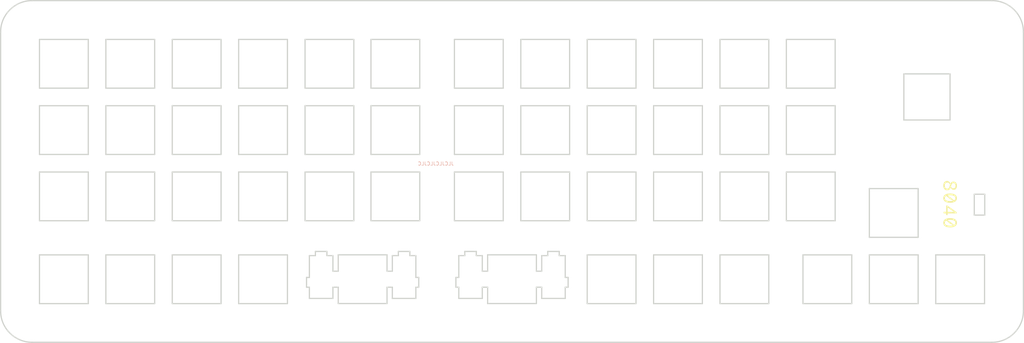
<source format=kicad_pcb>
(kicad_pcb (version 20221018) (generator pcbnew)
  (layers (0 "F.Cu" signal) (31 "B.Cu" signal) (34 "B.Paste" user) (35 "F.Paste" user) (36 "B.SilkS" user "B.Silkscreen") (37 "F.SilkS" user "F.Silkscreen") (38 "B.Mask" user) (39 "F.Mask" user) (44 "Edge.Cuts" user))
  (net 0 "")
  (footprint "" (layer "F.Cu") (at 276.184962 57.654483)
    (fp_text reference "" (at 0 0) (layer "F.SilkS") (effects (font (size 1.27 1.27))))
    (fp_text value "" (at 0 0) (layer "F.SilkS") (effects (font (size 1.27 1.27))))
    (pad "" np_thru_hole circle (at 0 0) (size 2.4 2.4) (drill 2.4) (layers "F&B.Cu" "*.Mask"))
  )
  (footprint "" (layer "F.Cu") (at 289.827545 48.10569)
    (fp_text reference "" (at 0 0) (layer "F.SilkS") (effects (font (size 1.27 1.27))))
    (fp_text value "" (at 0 0) (layer "F.SilkS") (effects (font (size 1.27 1.27))))
    (pad "" np_thru_hole circle (at 0 0) (size 2.4 2.4) (drill 2.4) (layers "F&B.Cu" "*.Mask"))
  )
  (footprint "" (layer "F.Cu") (at 251.578731 72.711919)
    (fp_text reference "" (at 0 0) (layer "F.SilkS") (effects (font (size 1.27 1.27))))
    (fp_text value "" (at 0 0) (layer "F.SilkS") (effects (font (size 1.27 1.27))))
    (pad "" np_thru_hole circle (at 0 0) (size 2.4 2.4) (drill 2.4) (layers "F&B.Cu" "*.Mask"))
  )
  (footprint "" (layer "F.Cu") (at 5.367368 48.10569)
    (fp_text reference "" (at 0 0) (layer "F.SilkS") (effects (font (size 1.27 1.27))))
    (fp_text value "" (at 0 0) (layer "F.SilkS") (effects (font (size 1.27 1.27))))
    (pad "" np_thru_hole circle (at 0 0) (size 2.4 2.4) (drill 2.4) (layers "F&B.Cu" "*.Mask"))
  )
  (footprint "" (layer "F.Cu") (at 114.12236 34.463273)
    (fp_text reference "" (at 0 0) (layer "F.SilkS") (effects (font (size 1.27 1.27))))
    (fp_text value "" (at 0 0) (layer "F.SilkS") (effects (font (size 1.27 1.27))))
    (pad "" np_thru_hole circle (at 0 0) (size 2.4 2.4) (drill 2.4) (layers "F&B.Cu" "*.Mask"))
  )
  (footprint "" (layer "F.Cu") (at 251.578732 42.549459)
    (fp_text reference "" (at 0 0) (layer "F.SilkS") (effects (font (size 1.27 1.27))))
    (fp_text value "" (at 0 0) (layer "F.SilkS") (effects (font (size 1.27 1.27))))
    (pad "" np_thru_hole circle (at 0 0) (size 2.4 2.4) (drill 2.4) (layers "F&B.Cu" "*.Mask"))
  )
  (footprint "" (layer "F.Cu") (at 276.184962 34.463273)
    (fp_text reference "" (at 0 0) (layer "F.SilkS") (effects (font (size 1.27 1.27))))
    (fp_text value "" (at 0 0) (layer "F.SilkS") (effects (font (size 1.27 1.27))))
    (pad "" np_thru_hole circle (at 0 0) (size 2.4 2.4) (drill 2.4) (layers "F&B.Cu" "*.Mask"))
  )
  (footprint "" (layer "F.Cu") (at 281.741191 72.71192)
    (fp_text reference "" (at 0 0) (layer "F.SilkS") (effects (font (size 1.27 1.27))))
    (fp_text value "" (at 0 0) (layer "F.SilkS") (effects (font (size 1.27 1.27))))
    (pad "" np_thru_hole circle (at 0 0) (size 2.4 2.4) (drill 2.4) (layers "F&B.Cu" "*.Mask"))
  )
  (footprint "" (layer "F.Cu") (at 281.741191 42.54946)
    (fp_text reference "" (at 0 0) (layer "F.SilkS") (effects (font (size 1.27 1.27))))
    (fp_text value "" (at 0 0) (layer "F.SilkS") (effects (font (size 1.27 1.27))))
    (pad "" np_thru_hole circle (at 0 0) (size 2.4 2.4) (drill 2.4) (layers "F&B.Cu" "*.Mask"))
  )
  (footprint "" (layer "F.Cu") (at 19.009951 34.463273)
    (fp_text reference "" (at 0 0) (layer "F.SilkS") (effects (font (size 1.27 1.27))))
    (fp_text value "" (at 0 0) (layer "F.SilkS") (effects (font (size 1.27 1.27))))
    (pad "" np_thru_hole circle (at 0 0) (size 2.4 2.4) (drill 2.4) (layers "F&B.Cu" "*.Mask"))
  )
  (footprint "" (layer "F.Cu") (at 126.097406 123.660602)
    (fp_text reference "" (at 0 0) (layer "F.SilkS") (effects (font (size 1.27 1.27))))
    (fp_text value "" (at 0 0) (layer "F.SilkS") (effects (font (size 1.27 1.27))))
    (pad "" np_thru_hole circle (at 0 0) (size 2.4 2.4) (drill 2.4) (layers "F&B.Cu" "*.Mask"))
  )
  (footprint "" (layer "F.Cu") (at 19.009951 123.660602)
    (fp_text reference "" (at 0 0) (layer "F.SilkS") (effects (font (size 1.27 1.27))))
    (fp_text value "" (at 0 0) (layer "F.SilkS") (effects (font (size 1.27 1.27))))
    (pad "" np_thru_hole circle (at 0 0) (size 2.4 2.4) (drill 2.4) (layers "F&B.Cu" "*.Mask"))
  )
  (footprint "" (layer "F.Cu") (at 233.322462 34.463273)
    (fp_text reference "" (at 0 0) (layer "F.SilkS") (effects (font (size 1.27 1.27))))
    (fp_text value "" (at 0 0) (layer "F.SilkS") (effects (font (size 1.27 1.27))))
    (pad "" np_thru_hole circle (at 0 0) (size 2.4 2.4) (drill 2.4) (layers "F&B.Cu" "*.Mask"))
  )
  (footprint "" (layer "F.Cu") (at 5.367368 110.018186)
    (fp_text reference "" (at 0 0) (layer "F.SilkS") (effects (font (size 1.27 1.27))))
    (fp_text value "" (at 0 0) (layer "F.SilkS") (effects (font (size 1.27 1.27))))
    (pad "" np_thru_hole circle (at 0 0) (size 2.4 2.4) (drill 2.4) (layers "F&B.Cu" "*.Mask"))
  )
  (footprint "" (layer "F.Cu") (at 138.072452 34.463273)
    (fp_text reference "" (at 0 0) (layer "F.SilkS") (effects (font (size 1.27 1.27))))
    (fp_text value "" (at 0 0) (layer "F.SilkS") (effects (font (size 1.27 1.27))))
    (pad "" np_thru_hole circle (at 0 0) (size 2.4 2.4) (drill 2.4) (layers "F&B.Cu" "*.Mask"))
  )
  (footprint "" (layer "F.Cu") (at 289.827545 110.018186)
    (fp_text reference "" (at 0 0) (layer "F.SilkS") (effects (font (size 1.27 1.27))))
    (fp_text value "" (at 0 0) (layer "F.SilkS") (effects (font (size 1.27 1.27))))
    (pad "" np_thru_hole circle (at 0 0) (size 2.4 2.4) (drill 2.4) (layers "F&B.Cu" "*.Mask"))
  )
  (footprint "" (layer "F.Cu") (at 276.184962 123.660602)
    (fp_text reference "" (at 0 0) (layer "F.SilkS") (effects (font (size 1.27 1.27))))
    (fp_text value "" (at 0 0) (layer "F.SilkS") (effects (font (size 1.27 1.27))))
    (pad "" np_thru_hole circle (at 0 0) (size 2.4 2.4) (drill 2.4) (layers "F&B.Cu" "*.Mask"))
  )
  (footprint "" (layer "F.Cu") (at 238.084958 123.660602)
    (fp_text reference "" (at 0 0) (layer "F.SilkS") (effects (font (size 1.27 1.27))))
    (fp_text value "" (at 0 0) (layer "F.SilkS") (effects (font (size 1.27 1.27))))
    (pad "" np_thru_hole circle (at 0 0) (size 2.4 2.4) (drill 2.4) (layers "F&B.Cu" "*.Mask"))
  )
  (gr_poly (pts (xy 273.531366 92.465222) (xy 273.75014 92.482114) (xy 273.954558 92.510034) (xy 274.144512 92.548791) (xy 274.319893 92.598192) (xy 274.480593 92.658048) (xy 274.626504 92.728167) (xy 274.693879 92.767015) (xy 274.757515 92.808357) (xy 274.817401 92.85217) (xy 274.87352 92.898428) (xy 274.925862 92.947109) (xy 274.97441 92.998189) (xy 275.019153 93.051643) (xy 275.060076 93.107447) (xy 275.097166 93.165579) (xy 275.13041 93.226013) (xy 275.159793 93.288726) (xy 275.185303 93.353694) (xy 275.206925 93.420893) (xy 275.224646 93.4903) (xy 275.238453 93.56189) (xy 275.248332 93.635639) (xy 275.254269 93.711524) (xy 275.256251 93.78952) (xy 275.254269 93.867207) (xy 275.248332 93.942821) (xy 275.238453 94.016337) (xy 275.224646 94.087729) (xy 275.206925 94.156971) (xy 275.185303 94.224038) (xy 275.159793 94.288903) (xy 275.13041 94.351541) (xy 275.097166 94.411926) (xy 275.060076 94.470032) (xy 275.019153 94.525833) (xy 274.97441 94.579303) (xy 274.925862 94.630417) (xy 274.87352 94.679149) (xy 274.817401 94.725472) (xy 274.757515 94.769362) (xy 274.693879 94.810791) (xy 274.626504 94.849735) (xy 274.555404 94.886168) (xy 274.480593 94.920063) (xy 274.402085 94.951395) (xy 274.319893 94.980139) (xy 274.234031 95.006267) (xy 274.144512 95.029755) (xy 274.05135 95.050576) (xy 273.954558 95.068705) (xy 273.854151 95.084115) (xy 273.75014 95.096782) (xy 273.642541 95.106679) (xy 273.531366 95.11378) (xy 273.41663 95.118059) (xy 273.298345 95.119492) (xy 273.065443 95.11378) (xy 272.847004 95.096782) (xy 272.643107 95.068705) (xy 272.453828 95.029755) (xy 272.279246 94.980139) (xy 272.119438 94.920063) (xy 272.045099 94.886168) (xy 271.974482 94.849735) (xy 271.907597 94.810791) (xy 271.844455 94.769362) (xy 271.785064 94.725472) (xy 271.729435 94.679149) (xy 271.677576 94.630417) (xy 271.629499 94.579303) (xy 271.585211 94.525833) (xy 271.544725 94.470032) (xy 271.508047 94.411926) (xy 271.47519 94.351541) (xy 271.446162 94.288903) (xy 271.420972 94.224038) (xy 271.399632 94.156971) (xy 271.38215 94.087729) (xy 271.368536 94.016337) (xy 271.358799 93.942821) (xy 271.35295 93.867207) (xy 271.350998 93.78952) (xy 271.795517 93.78952) (xy 271.797035 93.839727) (xy 271.801582 93.888478) (xy 271.80915 93.935765) (xy 271.819728 93.981577) (xy 271.833309 94.025906) (xy 271.849884 94.068743) (xy 271.869442 94.110078) (xy 271.891976 94.149904) (xy 271.917476 94.18821) (xy 271.945933 94.224988) (xy 271.977339 94.260229) (xy 272.011683 94.293923) (xy 272.048958 94.326062) (xy 272.089153 94.356636) (xy 272.132261 94.385637) (xy 272.178271 94.413056) (xy 272.227176 94.438882) (xy 272.278966 94.463108) (xy 272.333631 94.485724) (xy 272.391164 94.506722) (xy 272.451554 94.526092) (xy 272.514793 94.543824) (xy 272.580872 94.559911) (xy 272.649782 94.574343) (xy 272.721513 94.587111) (xy 272.796057 94.598206) (xy 272.873405 94.607619) (xy 272.953548 94.615341) (xy 273.036477 94.621362) (xy 273.122182 94.625675) (xy 273.210654 94.628269) (xy 273.301885 94.629135) (xy 273.415129 94.627812) (xy 273.524569 94.623843) (xy 273.630041 94.617228) (xy 273.73138 94.607968) (xy 273.828419 94.596061) (xy 273.920994 94.581508) (xy 274.008938 94.564309) (xy 274.092087 94.544464) (xy 274.092087 94.484492) (xy 273.305405 94.047048) (xy 272.201218 93.150996) (xy 272.152476 93.178282) (xy 272.106804 93.207226) (xy 272.064212 93.237834) (xy 272.044075 93.253764) (xy 272.024711 93.270112) (xy 272.006123 93.286878) (xy 271.988311 93.304064) (xy 271.971277 93.321669) (xy 271.955022 93.339695) (xy 271.939548 93.358142) (xy 271.924855 93.377011) (xy 271.910945 93.396303) (xy 271.89782 93.416017) (xy 271.88548 93.436155) (xy 271.873927 93.456718) (xy 271.863162 93.477706) (xy 271.853186 93.499119) (xy 271.844001 93.520959) (xy 271.835608 93.543226) (xy 271.828008 93.56592) (xy 271.821203 93.589043) (xy 271.815193 93.612595) (xy 271.809981 93.636576) (xy 271.805567 93.660987) (xy 271.801952 93.68583) (xy 271.799139 93.711103) (xy 271.797128 93.736809) (xy 271.79592 93.762948) (xy 271.795517 93.78952) (xy 271.350998 93.78952) (xy 271.35295 93.711214) (xy 271.358799 93.635058) (xy 271.368536 93.561076) (xy 271.38215 93.489288) (xy 271.399632 93.419717) (xy 271.420972 93.352385) (xy 271.446162 93.287314) (xy 271.47519 93.224526) (xy 271.508047 93.164042) (xy 271.544725 93.105885) (xy 271.563185 93.080439) (xy 272.585719 93.080439) (xy 273.305385 93.496714) (xy 274.434271 94.413941) (xy 274.480448 94.386659) (xy 274.523722 94.357744) (xy 274.564081 94.327216) (xy 274.583164 94.311355) (xy 274.601515 94.295098) (xy 274.619132 94.278448) (xy 274.636014 94.261408) (xy 274.652159 94.24398) (xy 274.667567 94.226168) (xy 274.682235 94.207973) (xy 274.696164 94.189398) (xy 274.709351 94.170447) (xy 274.721795 94.15112) (xy 274.733494 94.131421) (xy 274.744449 94.111353) (xy 274.754656 94.090918) (xy 274.764116 94.070119) (xy 274.772826 94.048958) (xy 274.780786 94.027438) (xy 274.787993 94.005561) (xy 274.794448 93.98333) (xy 274.800148 93.960748) (xy 274.805092 93.937817) (xy 274.809279 93.91454) (xy 274.812707 93.890919) (xy 274.815376 93.866957) (xy 274.817285 93.842656) (xy 274.81843 93.81802) (xy 274.818812 93.79305) (xy 274.817264 93.741912) (xy 274.812629 93.692347) (xy 274.804918 93.64436) (xy 274.794146 93.597954) (xy 274.780325 93.553131) (xy 274.763468 93.509896) (xy 274.743588 93.468251) (xy 274.720698 93.4282) (xy 274.694811 93.389746) (xy 274.665939 93.352891) (xy 274.634096 93.31764) (xy 274.599295 93.283995) (xy 274.561548 93.251961) (xy 274.520869 93.221539) (xy 274.47727 93.192733) (xy 274.430764 93.165547) (xy 274.381364 93.139983) (xy 274.329083 93.116045) (xy 274.273934 93.093736) (xy 274.21593 93.07306) (xy 274.155084 93.054019) (xy 274.091409 93.036617) (xy 274.024917 93.020857) (xy 273.955622 93.006742) (xy 273.883536 92.994276) (xy 273.808673 92.983462) (xy 273.731045 92.974302) (xy 273.650665 92.9668) (xy 273.567546 92.96096) (xy 273.481701 92.956785) (xy 273.393143 92.954277) (xy 273.301885 92.95344) (xy 273.199341 92.954439) (xy 273.100683 92.957464) (xy 273.005829 92.962555) (xy 272.914696 92.969755) (xy 272.827201 92.979105) (xy 272.743262 92.990646) (xy 272.662796 93.00442) (xy 272.585719 93.020467) (xy 272.585719 93.080439) (xy 271.563185 93.080439) (xy 271.585211 93.050077) (xy 271.629499 92.99664) (xy 271.677576 92.945595) (xy 271.729435 92.896965) (xy 271.785064 92.850771) (xy 271.844455 92.807036) (xy 271.907597 92.765781) (xy 271.974482 92.727028) (xy 272.045099 92.6908) (xy 272.119438 92.657119) (xy 272.197491 92.626005) (xy 272.279246 92.597482) (xy 272.364695 92.571572) (xy 272.453828 92.548295) (xy 272.546635 92.527674) (xy 272.643107 92.509732) (xy 272.743233 92.49449) (xy 272.847004 92.48197) (xy 272.954411 92.472194) (xy 273.065443 92.465184) (xy 273.180091 92.460961) (xy 273.298345 92.459549)) (fill solid) (layer "F.SilkS"))
  (gr_poly (pts (xy 275.182195 90.748576) (xy 275.182195 91.108414) (xy 272.58928 91.108414) (xy 272.58928 91.595246) (xy 272.180059 91.595246) (xy 272.180059 91.108414) (xy 271.428635 91.108414) (xy 271.428635 90.639216) (xy 272.180039 90.639216) (xy 272.180039 89.422129) (xy 272.585719 89.422129) (xy 272.585719 89.425659) (xy 272.589259 90.642741) (xy 274.363734 90.678024) (xy 274.363734 90.642741) (xy 272.638657 89.422129) (xy 272.585719 89.422129) (xy 272.180039 89.422129) (xy 272.180039 88.829468) (xy 272.490484 88.829468)) (fill solid) (layer "F.SilkS"))
  (gr_poly (pts (xy 272.513756 81.769928) (xy 272.554302 81.773783) (xy 272.594116 81.779196) (xy 272.633189 81.786178) (xy 272.67151 81.794738) (xy 272.709071 81.804886) (xy 272.745861 81.816631) (xy 272.78187 81.829983) (xy 272.81709 81.844952) (xy 272.85151 81.861548) (xy 272.88512 81.87978) (xy 272.917912 81.899658) (xy 272.949874 81.921191) (xy 272.980998 81.94439) (xy 273.011274 81.969263) (xy 273.040692 81.995821) (xy 273.069243 82.024074) (xy 273.096916 82.054031) (xy 273.123702 82.085701) (xy 273.149591 82.119095) (xy 273.174574 82.154221) (xy 273.198642 82.191091) (xy 273.221783 82.229713) (xy 273.243989 82.270097) (xy 273.265249 82.312253) (xy 273.285555 82.356191) (xy 273.304896 82.40192) (xy 273.340646 82.49879) (xy 273.372422 82.602941) (xy 273.418279 82.602941) (xy 273.431982 82.562581) (xy 273.446624 82.523522) (xy 273.462194 82.485763) (xy 273.478679 82.449302) (xy 273.496069 82.414138) (xy 273.514352 82.38027) (xy 273.533516 82.347697) (xy 273.553549 82.316417) (xy 273.57444 82.286428) (xy 273.596177 82.257731) (xy 273.618748 82.230322) (xy 273.642143 82.204202) (xy 273.666349 82.179369) (xy 273.691355 82.155821) (xy 273.717149 82.133557) (xy 273.743719 82.112576) (xy 273.771054 82.092876) (xy 273.799142 82.074457) (xy 273.827972 82.057317) (xy 273.857532 82.041455) (xy 273.887811 82.026869) (xy 273.918796 82.013558) (xy 273.950476 82.001521) (xy 273.982839 81.990757) (xy 274.015875 81.981263) (xy 274.049571 81.97304) (xy 274.083915 81.966085) (xy 274.118896 81.960398) (xy 274.154503 81.955977) (xy 274.190723 81.952821) (xy 274.264959 81.950297) (xy 274.319646 81.951645) (xy 274.373217 81.955665) (xy 274.425633 81.96232) (xy 274.476851 81.971574) (xy 274.526832 81.983392) (xy 274.575534 81.997737) (xy 274.622918 82.014572) (xy 274.668942 82.033862) (xy 274.713565 82.055571) (xy 274.756747 82.079661) (xy 274.798448 82.106098) (xy 274.838626 82.134845) (xy 274.877241 82.165866) (xy 274.914252 82.199124) (xy 274.949618 82.234584) (xy 274.9833 82.272209) (xy 275.015255 82.311963) (xy 275.045443 82.353809) (xy 275.073825 82.397713) (xy 275.100358 82.443637) (xy 275.125002 82.491546) (xy 275.147717 82.541402) (xy 275.168462 82.593171) (xy 275.187196 82.646815) (xy 275.203878 82.7023) (xy 275.218468 82.759587) (xy 275.230925 82.818642) (xy 275.241208 82.879428) (xy 275.249277 82.941909) (xy 275.255091 83.006049) (xy 275.25861 83.071811) (xy 275.259791 83.13916) (xy 275.255182 83.276381) (xy 275.241601 83.406135) (xy 275.231563 83.468152) (xy 275.219422 83.52823) (xy 275.205224 83.586346) (xy 275.189015 83.642476) (xy 275.170843 83.696595) (xy 275.150754 83.74868) (xy 275.128794 83.798708) (xy 275.10501 83.846653) (xy 275.079448 83.892492) (xy 275.052155 83.936202) (xy 275.023177 83.977758) (xy 274.992562 84.017136) (xy 274.960354 84.054314) (xy 274.926602 84.089265) (xy 274.891351 84.121968) (xy 274.854648 84.152397) (xy 274.816539 84.18053) (xy 274.777071 84.206341) (xy 274.736291 84.229808) (xy 274.694244 84.250906) (xy 274.650979 84.269611) (xy 274.60654 84.2859) (xy 274.560974 84.299749) (xy 274.514329 84.311133) (xy 274.46665 84.320029) (xy 274.417984 84.326412) (xy 274.368377 84.33026) (xy 274.317877 84.331548) (xy 274.281497 84.330796) (xy 274.245782 84.328545) (xy 274.210735 84.324807) (xy 274.176359 84.319594) (xy 274.142658 84.312915) (xy 274.109633 84.304783) (xy 274.07729 84.295207) (xy 274.045631 84.2842) (xy 274.014659 84.271771) (xy 273.984377 84.257932) (xy 273.95479 84.242694) (xy 273.925899 84.226068) (xy 273.897708 84.208064) (xy 273.870221 84.188695) (xy 273.843441 84.16797) (xy 273.817371 84.145901) (xy 273.792013 84.122499) (xy 273.767372 84.097774) (xy 273.743451 84.071738) (xy 273.720253 84.044402) (xy 273.697781 84.015776) (xy 273.676038 83.985872) (xy 273.634753 83.922273) (xy 273.596425 83.853692) (xy 273.561078 83.780217) (xy 273.52874 83.701937) (xy 273.499436 83.618937) (xy 273.453578 83.618937) (xy 273.423032 83.723789) (xy 273.3883 83.821427) (xy 273.349414 83.911912) (xy 273.328422 83.954492) (xy 273.306403 83.995308) (xy 273.28336 84.034366) (xy 273.259299 84.071675) (xy 273.234222 84.107242) (xy 273.208133 84.141076) (xy 273.181037 84.173184) (xy 273.152937 84.203573) (xy 273.123836 84.232252) (xy 273.09374 84.259229) (xy 273.062652 84.28451) (xy 273.030575 84.308104) (xy 272.997514 84.330018) (xy 272.963473 84.350261) (xy 272.928454 84.36884) (xy 272.892463 84.385763) (xy 272.855503 84.401037) (xy 272.817578 84.41467) (xy 272.778692 84.42667) (xy 272.738849 84.437046) (xy 272.698052 84.445803) (xy 272.656306 84.452952) (xy 272.569981 84.46245) (xy 272.479905 84.465602) (xy 272.417073 84.464029) (xy 272.355606 84.459344) (xy 272.295545 84.451597) (xy 272.23693 84.440838) (xy 272.179803 84.427119) (xy 272.124206 84.410489) (xy 272.07018 84.390999) (xy 272.017765 84.368698) (xy 271.967005 84.343638) (xy 271.917939 84.31587) (xy 271.87061 84.285442) (xy 271.825058 84.252406) (xy 271.781325 84.216812) (xy 271.739452 84.17871) (xy 271.699482 84.138151) (xy 271.661454 84.095186) (xy 271.62541 84.049864) (xy 271.591392 84.002236) (xy 271.559442 83.952352) (xy 271.529599 83.900263) (xy 271.501907 83.846019) (xy 271.476405 83.78967) (xy 271.453136 83.731267) (xy 271.432141 83.670861) (xy 271.413461 83.608501) (xy 271.397137 83.544239) (xy 271.383212 83.478123) (xy 271.371725 83.410206) (xy 271.362719 83.340536) (xy 271.356235 83.269166) (xy 271.352314 83.196144) (xy 271.351061 83.125056) (xy 271.777838 83.125056) (xy 271.780993 83.221346) (xy 271.79035 83.312959) (xy 271.805744 83.399683) (xy 271.815652 83.441146) (xy 271.827007 83.481307) (xy 271.839789 83.52014) (xy 271.853976 83.557619) (xy 271.869548 83.593716) (xy 271.886484 83.628406) (xy 271.904764 83.661662) (xy 271.924367 83.693457) (xy 271.945272 83.723766) (xy 271.967459 83.75256) (xy 271.990906 83.779815) (xy 272.015594 83.805504) (xy 272.041501 83.829599) (xy 272.068607 83.852076) (xy 272.096891 83.872906) (xy 272.126333 83.892064) (xy 272.156911 83.909523) (xy 272.188606 83.925256) (xy 272.221396 83.939238) (xy 272.255261 83.951442) (xy 272.29018 83.96184) (xy 272.326133 83.970408) (xy 272.363098 83.977117) (xy 272.401056 83.981943) (xy 272.439984 83.984857) (xy 272.479864 83.985835) (xy 272.514432 83.985196) (xy 272.548031 83.983252) (xy 272.580682 83.979956) (xy 272.612409 83.975264) (xy 272.643234 83.96913) (xy 272.67318 83.961508) (xy 272.702269 83.952355) (xy 272.730523 83.941624) (xy 272.757966 83.929271) (xy 272.784621 83.91525) (xy 272.810509 83.899516) (xy 272.835653 83.882023) (xy 272.860076 83.862727) (xy 272.883801 83.841583) (xy 272.90685 83.818544) (xy 272.929245 83.793567) (xy 272.95101 83.766604) (xy 272.972168 83.737613) (xy 272.992739 83.706546) (xy 273.012748 83.67336) (xy 273.032217 83.638008) (xy 273.051168 83.600446) (xy 273.069624 83.560628) (xy 273.087608 83.51851) (xy 273.105142 83.474045) (xy 273.122249 83.427189) (xy 273.146048 83.354355) (xy 273.569992 83.354355) (xy 273.597356 83.419134) (xy 273.626535 83.479847) (xy 273.657522 83.536477) (xy 273.690313 83.589009) (xy 273.724904 83.637428) (xy 273.761287 83.681717) (xy 273.799459 83.721862) (xy 273.839414 83.757848) (xy 273.860059 83.774275) (xy 273.881147 83.789657) (xy 273.902679 83.803992) (xy 273.924653 83.817276) (xy 273.947069 83.829509) (xy 273.969926 83.840688) (xy 273.993224 83.850812) (xy 274.016962 83.859878) (xy 274.041138 83.867885) (xy 274.065754 83.874831) (xy 274.090807 83.880714) (xy 274.116298 83.885531) (xy 274.142226 83.889281) (xy 274.168589 83.891962) (xy 274.195388 83.893572) (xy 274.222621 83.894109) (xy 274.259215 83.893295) (xy 274.294903 83.890863) (xy 274.329668 83.886828) (xy 274.363495 83.881204) (xy 274.396366 83.874007) (xy 274.428264 83.865251) (xy 274.459172 83.854951) (xy 274.489075 83.843122) (xy 274.517954 83.829779) (xy 274.545793 83.814937) (xy 274.572575 83.798611) (xy 274.598284 83.780815) (xy 274.622903 83.761564) (xy 274.646414 83.740873) (xy 274.668802 83.718758) (xy 274.690049 83.695232) (xy 274.710138 83.670311) (xy 274.729053 83.64401) (xy 274.746777 83.616343) (xy 274.763293 83.587325) (xy 274.778584 83.556971) (xy 274.792634 83.525297) (xy 274.805425 83.492316) (xy 274.816941 83.458044) (xy 274.827166 83.422496) (xy 274.836081 83.385686) (xy 274.843671 83.347629) (xy 274.849919 83.308341) (xy 274.854808 83.267835) (xy 274.85832 83.226128) (xy 274.86044 83.183233) (xy 274.861151 83.139165) (xy 274.858295 83.055229) (xy 274.849878 82.975509) (xy 274.836128 82.900171) (xy 274.827325 82.864197) (xy 274.817273 82.829381) (xy 274.806002 82.795743) (xy 274.79354 82.763304) (xy 274.779915 82.732084) (xy 274.765155 82.702105) (xy 274.74929 82.673386) (xy 274.732347 82.64595) (xy 274.714356 82.619815) (xy 274.695343 82.595003) (xy 274.675339 82.571535) (xy 274.654371 82.549431) (xy 274.632467 82.528712) (xy 274.609657 82.509399) (xy 274.585968 82.491512) (xy 274.561429 82.475072) (xy 274.536068 82.4601) (xy 274.509914 82.446615) (xy 274.482996 82.43464) (xy 274.455341 82.424195) (xy 274.426978 82.415299) (xy 274.397935 82.407975) (xy 274.368242 82.402242) (xy 274.337925 82.398122) (xy 274.307015 82.395635) (xy 274.275539 82.394801) (xy 274.24296 82.395435) (xy 274.211353 82.397353) (xy 274.180698 82.400577) (xy 274.150975 82.405129) (xy 274.122165 82.411033) (xy 274.094246 82.418311) (xy 274.067199 82.426986) (xy 274.041004 82.437079) (xy 274.015641 82.448615) (xy 273.99109 82.461614) (xy 273.96733 82.476101) (xy 273.944343 82.492097) (xy 273.922107 82.509626) (xy 273.900603 82.528709) (xy 273.879811 82.54937) (xy 273.859711 82.571631) (xy 273.840283 82.595514) (xy 273.821506 82.621043) (xy 273.803361 82.648239) (xy 273.785827 82.677126) (xy 273.768885 82.707726) (xy 273.752515 82.740062) (xy 273.736697 82.774156) (xy 273.72141 82.810031) (xy 273.706635 82.847709) (xy 273.692351 82.887213) (xy 273.665178 82.971791) (xy 273.639731 83.063944) (xy 273.61585 83.163854) (xy 273.569992 83.354355) (xy 273.146048 83.354355) (xy 273.155273 83.326122) (xy 273.186859 83.214947) (xy 273.217189 83.093303) (xy 273.273626 82.856939) (xy 273.239838 82.777759) (xy 273.204572 82.704211) (xy 273.167756 82.636224) (xy 273.129318 82.573725) (xy 273.089185 82.516642) (xy 273.047284 82.464902) (xy 273.003544 82.418433) (xy 272.980961 82.397152) (xy 272.957891 82.377162) (xy 272.934325 82.358454) (xy 272.910254 82.341018) (xy 272.885669 82.324846) (xy 272.86056 82.309928) (xy 272.834919 82.296256) (xy 272.808736 82.28382) (xy 272.782003 82.272611) (xy 272.754711 82.262621) (xy 272.72685 82.253839) (xy 272.698411 82.246258) (xy 272.669386 82.239868) (xy 272.639765 82.234661) (xy 272.578699 82.227755) (xy 272.515142 82.225469) (xy 272.471746 82.226538) (xy 272.429541 82.229719) (xy 272.388538 82.234977) (xy 272.34875 82.242274) (xy 272.31019 82.251574) (xy 272.272869 82.262839) (xy 272.2368 82.276033) (xy 272.201996 82.291119) (xy 272.168467 82.30806) (xy 272.136228 82.326819) (xy 272.105289 82.34736) (xy 272.075664 82.369646) (xy 272.047364 82.39364) (xy 272.020402 82.419305) (xy 271.99479 82.446604) (xy 271.970541 82.4755) (xy 271.947666 82.505957) (xy 271.926178 82.537938) (xy 271.906089 82.571406) (xy 271.887411 82.606325) (xy 271.870157 82.642656) (xy 271.854339 82.680364) (xy 271.83997 82.719412) (xy 271.82706 82.759763) (xy 271.815624 82.80138) (xy 271.805673 82.844226) (xy 271.797219 82.888265) (xy 271.790274 82.933459) (xy 271.784852 82.979772) (xy 271.780963 83.027167) (xy 271.778621 83.075607) (xy 271.777838 83.125056) (xy 271.351061 83.125056) (xy 271.350998 83.121521) (xy 271.356146 82.966199) (xy 271.371339 82.819213) (xy 271.382587 82.748918) (xy 271.396207 82.680794) (xy 271.412152 82.614871) (xy 271.430376 82.551177) (xy 271.450833 82.489741) (xy 271.473476 82.430592) (xy 271.498258 82.37376) (xy 271.525133 82.319274) (xy 271.554054 82.267162) (xy 271.584975 82.217453) (xy 271.61785 82.170178) (xy 271.652632 82.125364) (xy 271.689273 82.083041) (xy 271.727729 82.043237) (xy 271.767952 82.005983) (xy 271.809896 81.971307) (xy 271.853513 81.939238) (xy 271.898759 81.909805) (xy 271.945586 81.883037) (xy 271.993947 81.858963) (xy 272.043797 81.837613) (xy 272.095089 81.819015) (xy 272.147775 81.803199) (xy 272.20181 81.790193) (xy 272.257148 81.780027) (xy 272.31374 81.772729) (xy 272.371542 81.768329) (xy 272.430507 81.766856)) (fill solid) (layer "F.SilkS"))
  (gr_poly (pts (xy 273.531366 85.388501) (xy 273.75014 85.405393) (xy 273.954558 85.433313) (xy 274.144512 85.472069) (xy 274.319893 85.521471) (xy 274.480593 85.581327) (xy 274.626504 85.651446) (xy 274.693879 85.690294) (xy 274.757515 85.731636) (xy 274.817401 85.775449) (xy 274.87352 85.821707) (xy 274.925862 85.870388) (xy 274.97441 85.921468) (xy 275.019153 85.974922) (xy 275.060076 86.030726) (xy 275.097166 86.088857) (xy 275.13041 86.149292) (xy 275.159793 86.212005) (xy 275.185303 86.276973) (xy 275.206925 86.344172) (xy 275.224646 86.413579) (xy 275.238453 86.485169) (xy 275.248332 86.558918) (xy 275.254269 86.634803) (xy 275.256251 86.712799) (xy 275.254269 86.790486) (xy 275.248332 86.8661) (xy 275.238453 86.939616) (xy 275.224646 87.011008) (xy 275.206925 87.08025) (xy 275.185303 87.147317) (xy 275.159793 87.212182) (xy 275.13041 87.274821) (xy 275.097166 87.335206) (xy 275.060076 87.393312) (xy 275.019153 87.449113) (xy 274.97441 87.502583) (xy 274.925862 87.553698) (xy 274.87352 87.602429) (xy 274.817401 87.648753) (xy 274.757515 87.692643) (xy 274.693879 87.734073) (xy 274.626504 87.773017) (xy 274.555404 87.80945) (xy 274.480593 87.843346) (xy 274.402085 87.874678) (xy 274.319893 87.903421) (xy 274.234031 87.92955) (xy 274.144512 87.953038) (xy 274.05135 87.973859) (xy 273.954558 87.991988) (xy 273.854151 88.007399) (xy 273.75014 88.020066) (xy 273.642541 88.029962) (xy 273.531366 88.037064) (xy 273.41663 88.041343) (xy 273.298345 88.042776) (xy 273.065443 88.037064) (xy 272.847004 88.020066) (xy 272.643107 87.991988) (xy 272.453828 87.953038) (xy 272.279246 87.903421) (xy 272.119438 87.843346) (xy 272.045099 87.80945) (xy 271.974482 87.773017) (xy 271.907597 87.734073) (xy 271.844455 87.692643) (xy 271.785064 87.648753) (xy 271.729435 87.602429) (xy 271.677576 87.553698) (xy 271.629499 87.502583) (xy 271.585211 87.449113) (xy 271.544725 87.393312) (xy 271.508047 87.335206) (xy 271.47519 87.274821) (xy 271.446162 87.212182) (xy 271.420972 87.147317) (xy 271.399632 87.08025) (xy 271.38215 87.011008) (xy 271.368536 86.939616) (xy 271.358799 86.8661) (xy 271.35295 86.790486) (xy 271.350998 86.712799) (xy 271.795517 86.712799) (xy 271.797035 86.763006) (xy 271.801582 86.811757) (xy 271.80915 86.859043) (xy 271.819728 86.904855) (xy 271.833309 86.949184) (xy 271.849884 86.992021) (xy 271.869442 87.033357) (xy 271.891976 87.073183) (xy 271.917476 87.111489) (xy 271.945933 87.148267) (xy 271.977339 87.183508) (xy 272.011683 87.217202) (xy 272.048958 87.249341) (xy 272.089153 87.279915) (xy 272.132261 87.308916) (xy 272.178271 87.336334) (xy 272.227176 87.362161) (xy 272.278966 87.386387) (xy 272.333631 87.409003) (xy 272.391164 87.430001) (xy 272.451554 87.44937) (xy 272.514793 87.467103) (xy 272.580872 87.48319) (xy 272.649782 87.497622) (xy 272.721513 87.51039) (xy 272.796057 87.521485) (xy 272.873405 87.530898) (xy 272.953548 87.53862) (xy 273.036477 87.544641) (xy 273.122182 87.548953) (xy 273.210654 87.551547) (xy 273.301885 87.552414) (xy 273.415129 87.551091) (xy 273.524569 87.547122) (xy 273.630041 87.540507) (xy 273.73138 87.531246) (xy 273.828419 87.519339) (xy 273.920994 87.504787) (xy 274.008938 87.487588) (xy 274.092087 87.467743) (xy 274.092087 87.407771) (xy 273.305405 86.970327) (xy 272.201218 86.074275) (xy 272.152476 86.10156) (xy 272.106804 86.130505) (xy 272.064212 86.161113) (xy 272.044075 86.177043) (xy 272.024711 86.193391) (xy 272.006123 86.210157) (xy 271.988311 86.227342) (xy 271.971277 86.244948) (xy 271.955022 86.262974) (xy 271.939548 86.281421) (xy 271.924855 86.30029) (xy 271.910945 86.319581) (xy 271.89782 86.339296) (xy 271.88548 86.359434) (xy 271.873927 86.379997) (xy 271.863162 86.400985) (xy 271.853186 86.422398) (xy 271.844001 86.444238) (xy 271.835608 86.466505) (xy 271.828008 86.489199) (xy 271.821203 86.512322) (xy 271.815193 86.535873) (xy 271.809981 86.559855) (xy 271.805567 86.584266) (xy 271.801952 86.609108) (xy 271.799139 86.634382) (xy 271.797128 86.660088) (xy 271.79592 86.686227) (xy 271.795517 86.712799) (xy 271.350998 86.712799) (xy 271.35295 86.634493) (xy 271.358799 86.558337) (xy 271.368536 86.484354) (xy 271.38215 86.412567) (xy 271.399632 86.342996) (xy 271.420972 86.275664) (xy 271.446162 86.210593) (xy 271.47519 86.147805) (xy 271.508047 86.087321) (xy 271.544725 86.029164) (xy 271.563185 86.003718) (xy 272.585719 86.003718) (xy 273.305385 86.419993) (xy 274.434271 87.337219) (xy 274.480448 87.309938) (xy 274.523722 87.281024) (xy 274.564081 87.250497) (xy 274.583164 87.234635) (xy 274.601515 87.218379) (xy 274.619132 87.201729) (xy 274.636014 87.184689) (xy 274.652159 87.167261) (xy 274.667567 87.149449) (xy 274.682235 87.131254) (xy 274.696164 87.112679) (xy 274.709351 87.093727) (xy 274.721795 87.074401) (xy 274.733494 87.054702) (xy 274.744449 87.034634) (xy 274.754656 87.014199) (xy 274.764116 86.993399) (xy 274.772826 86.972238) (xy 274.780786 86.950718) (xy 274.787993 86.928841) (xy 274.794448 86.90661) (xy 274.800148 86.884027) (xy 274.805092 86.861096) (xy 274.809279 86.837819) (xy 274.812707 86.814198) (xy 274.815376 86.790236) (xy 274.817285 86.765935) (xy 274.81843 86.741299) (xy 274.818812 86.716329) (xy 274.817264 86.66519) (xy 274.812629 86.615626) (xy 274.804918 86.567639) (xy 274.794146 86.521233) (xy 274.780325 86.47641) (xy 274.763468 86.433175) (xy 274.743588 86.39153) (xy 274.720698 86.351479) (xy 274.694811 86.313024) (xy 274.665939 86.27617) (xy 274.634096 86.240919) (xy 274.599295 86.207274) (xy 274.561548 86.175239) (xy 274.520869 86.144817) (xy 274.47727 86.116012) (xy 274.430764 86.088825) (xy 274.381364 86.063262) (xy 274.329083 86.039324) (xy 274.273934 86.017015) (xy 274.21593 85.996339) (xy 274.155084 85.977298) (xy 274.091409 85.959896) (xy 274.024917 85.944136) (xy 273.955622 85.930021) (xy 273.883536 85.917555) (xy 273.808673 85.90674) (xy 273.731045 85.897581) (xy 273.650665 85.890079) (xy 273.567546 85.884239) (xy 273.481701 85.880064) (xy 273.393143 85.877556) (xy 273.301885 85.876719) (xy 273.199341 85.877718) (xy 273.100683 85.880743) (xy 273.005829 85.885834) (xy 272.914696 85.893034) (xy 272.827201 85.902384) (xy 272.743262 85.913925) (xy 272.662796 85.927698) (xy 272.585719 85.943746) (xy 272.585719 86.003718) (xy 271.563185 86.003718) (xy 271.585211 85.973356) (xy 271.629499 85.919919) (xy 271.677576 85.868874) (xy 271.729435 85.820243) (xy 271.785064 85.77405) (xy 271.844455 85.730314) (xy 271.907597 85.68906) (xy 271.974482 85.650307) (xy 272.045099 85.614079) (xy 272.119438 85.580398) (xy 272.197491 85.549284) (xy 272.279246 85.520761) (xy 272.364695 85.49485) (xy 272.453828 85.471574) (xy 272.546635 85.450953) (xy 272.643107 85.433011) (xy 272.743233 85.417769) (xy 272.847004 85.405249) (xy 272.954411 85.395473) (xy 273.065443 85.388462) (xy 273.180091 85.38424) (xy 273.298345 85.382828)) (fill solid) (layer "F.SilkS"))
  (gr_line (start 250.134961 97.968187) (end 250.134961 83.968187) (stroke (width 0.35)) (layer "Edge.Cuts"))
  (gr_line (start 113.25966 115.532886) (end 120.00936 115.532886) (stroke (width 0.35)) (layer "Edge.Cuts"))
  (gr_line (start 162.872207 115.532886) (end 162.872207 112.302686) (stroke (width 0.35)) (layer "Edge.Cuts"))
  (gr_line (start 240.322461 74.155689) (end 226.322462 74.155689) (stroke (width 0.35)) (layer "Edge.Cuts"))
  (gr_line (start 9.879785 29.95069) (end 285.315128 29.95069) (stroke (width 0.35)) (layer "Edge.Cuts"))
  (gr_line (start 140.597807 107.702816) (end 139.072007 107.702816) (stroke (width 0.35)) (layer "Edge.Cuts"))
  (gr_line (start 226.322462 41.10569) (end 240.322461 41.10569) (stroke (width 0.35)) (layer "Edge.Cuts"))
  (gr_line (start 202.222457 103.018185) (end 202.222457 117.018186) (stroke (width 0.35)) (layer "Edge.Cuts"))
  (gr_line (start 150.122455 93.205687) (end 150.122455 79.205687) (stroke (width 0.35)) (layer "Edge.Cuts"))
  (gr_curve (pts (xy 0.854785 38.97569) (xy 0.854785 33.99132) (xy 4.895415 29.95069) (xy 9.879785 29.95069)) (stroke (width 0.35)) (layer "Edge.Cuts"))
  (gr_line (start 97.73496 117.003186) (end 111.73426 117.003186) (stroke (width 0.35)) (layer "Edge.Cuts"))
  (gr_line (start 26.009966 117.018186) (end 12.009967 117.018186) (stroke (width 0.35)) (layer "Edge.Cuts"))
  (gr_line (start 64.109963 55.10569) (end 50.109965 55.10569) (stroke (width 0.35)) (layer "Edge.Cuts"))
  (gr_line (start 221.272459 55.10569) (end 207.27246 55.10569) (stroke (width 0.35)) (layer "Edge.Cuts"))
  (gr_line (start 183.172455 74.155689) (end 169.172457 74.155689) (stroke (width 0.35)) (layer "Edge.Cuts"))
  (gr_line (start 131.497207 109.503926) (end 131.497207 112.302686) (stroke (width 0.35)) (layer "Edge.Cuts"))
  (gr_line (start 283.241194 91.586886) (end 280.241194 91.586886) (stroke (width 0.35)) (layer "Edge.Cuts"))
  (gr_line (start 226.322462 79.205687) (end 240.322461 79.205687) (stroke (width 0.35)) (layer "Edge.Cuts"))
  (gr_line (start 88.209962 41.10569) (end 102.20996 41.10569) (stroke (width 0.35)) (layer "Edge.Cuts"))
  (gr_line (start 113.25966 112.302686) (end 113.25966 115.532886) (stroke (width 0.35)) (layer "Edge.Cuts"))
  (gr_line (start 183.172455 55.10569) (end 169.172457 55.10569) (stroke (width 0.35)) (layer "Edge.Cuts"))
  (gr_line (start 96.20916 112.302686) (end 97.73496 112.302686) (stroke (width 0.35)) (layer "Edge.Cuts"))
  (gr_curve (pts (xy 294.340482 119.111506) (xy 294.340482 124.095876) (xy 290.299851 128.136506) (xy 285.315482 128.136506)) (stroke (width 0.35)) (layer "Edge.Cuts"))
  (gr_line (start 207.27246 93.205687) (end 207.27246 79.205687) (stroke (width 0.35)) (layer "Edge.Cuts"))
  (gr_line (start 183.172455 41.10569) (end 183.172455 55.10569) (stroke (width 0.35)) (layer "Edge.Cuts"))
  (gr_line (start 121.122359 93.205687) (end 107.122361 93.205687) (stroke (width 0.35)) (layer "Edge.Cuts"))
  (gr_line (start 45.059964 41.10569) (end 45.059964 55.10569) (stroke (width 0.35)) (layer "Edge.Cuts"))
  (gr_line (start 145.072451 79.205687) (end 145.072451 93.205687) (stroke (width 0.35)) (layer "Edge.Cuts"))
  (gr_line (start 269.184963 103.018185) (end 283.184961 103.018185) (stroke (width 0.35)) (layer "Edge.Cuts"))
  (gr_line (start 264.134959 97.968187) (end 250.134961 97.968187) (stroke (width 0.35)) (layer "Edge.Cuts"))
  (gr_line (start 120.83486 109.503926) (end 120.00936 109.503926) (stroke (width 0.35)) (layer "Edge.Cuts"))
  (gr_line (start 164.122453 79.205687) (end 164.122453 93.205687) (stroke (width 0.35)) (layer "Edge.Cuts"))
  (gr_line (start 26.009966 41.10569) (end 26.009966 55.10569) (stroke (width 0.35)) (layer "Edge.Cuts"))
  (gr_line (start 273.284961 51.005689) (end 273.284961 64.255689) (stroke (width 0.35)) (layer "Edge.Cuts"))
  (gr_line (start 161.147107 103.233856) (end 161.147107 102.033586) (stroke (width 0.35)) (layer "Edge.Cuts"))
  (gr_line (start 69.159963 41.10569) (end 83.159962 41.10569) (stroke (width 0.35)) (layer "Edge.Cuts"))
  (gr_line (start 169.172457 79.205687) (end 183.172455 79.205687) (stroke (width 0.35)) (layer "Edge.Cuts"))
  (gr_line (start 107.122361 55.10569) (end 107.122361 41.10569) (stroke (width 0.35)) (layer "Edge.Cuts"))
  (gr_line (start 26.009966 103.018185) (end 26.009966 117.018186) (stroke (width 0.35)) (layer "Edge.Cuts"))
  (gr_line (start 12.009967 103.018185) (end 26.009966 103.018185) (stroke (width 0.35)) (layer "Edge.Cuts"))
  (gr_line (start 250.134961 117.018186) (end 250.134961 103.018185) (stroke (width 0.35)) (layer "Edge.Cuts"))
  (gr_line (start 183.172455 60.155689) (end 183.172455 74.155689) (stroke (width 0.35)) (layer "Edge.Cuts"))
  (gr_line (start 31.059966 117.018186) (end 31.059966 103.018185) (stroke (width 0.35)) (layer "Edge.Cuts"))
  (gr_line (start 207.27246 74.155689) (end 207.27246 60.155689) (stroke (width 0.35)) (layer "Edge.Cuts"))
  (gr_line (start 45.059964 117.018186) (end 31.059966 117.018186) (stroke (width 0.35)) (layer "Edge.Cuts"))
  (gr_line (start 107.122361 79.205687) (end 121.122359 79.205687) (stroke (width 0.35)) (layer "Edge.Cuts"))
  (gr_line (start 131.072453 79.205687) (end 145.072451 79.205687) (stroke (width 0.35)) (layer "Edge.Cuts"))
  (gr_line (start 283.184961 103.018185) (end 283.184961 117.018186) (stroke (width 0.35)) (layer "Edge.Cuts"))
  (gr_line (start 169.172457 117.018186) (end 169.172457 103.018185) (stroke (width 0.35)) (layer "Edge.Cuts"))
  (gr_line (start 169.172457 103.018185) (end 183.172455 103.018185) (stroke (width 0.35)) (layer "Edge.Cuts"))
  (gr_line (start 114.98506 103.233856) (end 113.25966 103.233856) (stroke (width 0.35)) (layer "Edge.Cuts"))
  (gr_line (start 121.122359 79.205687) (end 121.122359 93.205687) (stroke (width 0.35)) (layer "Edge.Cuts"))
  (gr_line (start 64.109963 60.155689) (end 64.109963 74.155689) (stroke (width 0.35)) (layer "Edge.Cuts"))
  (gr_line (start 169.172457 55.10569) (end 169.172457 41.10569) (stroke (width 0.35)) (layer "Edge.Cuts"))
  (gr_line (start 283.184961 117.018186) (end 269.184963 117.018186) (stroke (width 0.35)) (layer "Edge.Cuts"))
  (gr_line (start 102.20996 55.10569) (end 88.209962 55.10569) (stroke (width 0.35)) (layer "Edge.Cuts"))
  (gr_line (start 250.134961 103.018185) (end 264.134959 103.018185) (stroke (width 0.35)) (layer "Edge.Cuts"))
  (gr_line (start 96.20916 107.702816) (end 96.20916 103.233856) (stroke (width 0.35)) (layer "Edge.Cuts"))
  (gr_line (start 45.059964 55.10569) (end 31.059966 55.10569) (stroke (width 0.35)) (layer "Edge.Cuts"))
  (gr_line (start 114.98506 102.033586) (end 114.98506 103.233856) (stroke (width 0.35)) (layer "Edge.Cuts"))
  (gr_line (start 273.284961 64.255689) (end 260.034961 64.255689) (stroke (width 0.35)) (layer "Edge.Cuts"))
  (gr_line (start 113.25966 107.702816) (end 111.73426 107.702816) (stroke (width 0.35)) (layer "Edge.Cuts"))
  (gr_line (start 140.597807 112.302686) (end 140.597807 117.003186) (stroke (width 0.35)) (layer "Edge.Cuts"))
  (gr_line (start 26.009966 93.205687) (end 12.009967 93.205687) (stroke (width 0.35)) (layer "Edge.Cuts"))
  (gr_line (start 26.009966 74.155689) (end 12.009967 74.155689) (stroke (width 0.35)) (layer "Edge.Cuts"))
  (gr_line (start 188.222458 93.205687) (end 188.222458 79.205687) (stroke (width 0.35)) (layer "Edge.Cuts"))
  (gr_line (start 131.497207 112.302686) (end 132.322707 112.302686) (stroke (width 0.35)) (layer "Edge.Cuts"))
  (gr_line (start 88.209962 55.10569) (end 88.209962 41.10569) (stroke (width 0.35)) (layer "Edge.Cuts"))
  (gr_line (start 118.28426 102.033586) (end 114.98506 102.033586) (stroke (width 0.35)) (layer "Edge.Cuts"))
  (gr_line (start 183.172455 103.018185) (end 183.172455 117.018186) (stroke (width 0.35)) (layer "Edge.Cuts"))
  (gr_line (start 163.697707 109.503926) (end 162.872207 109.503926) (stroke (width 0.35)) (layer "Edge.Cuts"))
  (gr_line (start 169.172457 60.155689) (end 183.172455 60.155689) (stroke (width 0.35)) (layer "Edge.Cuts"))
  (gr_line (start 139.072007 107.702816) (end 139.072007 103.233856) (stroke (width 0.35)) (layer "Edge.Cuts"))
  (gr_line (start 69.159963 60.155689) (end 83.159962 60.155689) (stroke (width 0.35)) (layer "Edge.Cuts"))
  (gr_line (start 154.597107 112.302686) (end 156.122507 112.302686) (stroke (width 0.35)) (layer "Edge.Cuts"))
  (gr_line (start 107.122361 93.205687) (end 107.122361 79.205687) (stroke (width 0.35)) (layer "Edge.Cuts"))
  (gr_line (start 207.27246 103.018185) (end 221.272459 103.018185) (stroke (width 0.35)) (layer "Edge.Cuts"))
  (gr_line (start 188.222458 103.018185) (end 202.222457 103.018185) (stroke (width 0.35)) (layer "Edge.Cuts"))
  (gr_line (start 88.209962 60.155689) (end 102.20996 60.155689) (stroke (width 0.35)) (layer "Edge.Cuts"))
  (gr_line (start 12.009967 117.018186) (end 12.009967 103.018185) (stroke (width 0.35)) (layer "Edge.Cuts"))
  (gr_line (start 294.340128 38.97569) (end 294.340482 119.111506) (stroke (width 0.35)) (layer "Edge.Cuts"))
  (gr_line (start 132.322707 115.532886) (end 139.072007 115.532886) (stroke (width 0.35)) (layer "Edge.Cuts"))
  (gr_line (start 150.122455 55.10569) (end 150.122455 41.10569) (stroke (width 0.35)) (layer "Edge.Cuts"))
  (gr_line (start 240.322461 60.155689) (end 240.322461 74.155689) (stroke (width 0.35)) (layer "Edge.Cuts"))
  (gr_line (start 202.222457 41.10569) (end 202.222457 55.10569) (stroke (width 0.35)) (layer "Edge.Cuts"))
  (gr_line (start 50.109965 103.018185) (end 64.109963 103.018185) (stroke (width 0.35)) (layer "Edge.Cuts"))
  (gr_line (start 207.27246 60.155689) (end 221.272459 60.155689) (stroke (width 0.35)) (layer "Edge.Cuts"))
  (gr_line (start 31.059966 79.205687) (end 45.059964 79.205687) (stroke (width 0.35)) (layer "Edge.Cuts"))
  (gr_line (start 154.597107 107.702816) (end 154.597107 103.003726) (stroke (width 0.35)) (layer "Edge.Cuts"))
  (gr_line (start 137.346907 103.233856) (end 137.346907 102.033586) (stroke (width 0.35)) (layer "Edge.Cuts"))
  (gr_line (start 50.109965 55.10569) (end 50.109965 41.10569) (stroke (width 0.35)) (layer "Edge.Cuts"))
  (gr_line (start 150.122455 79.205687) (end 164.122453 79.205687) (stroke (width 0.35)) (layer "Edge.Cuts"))
  (gr_line (start 221.272459 60.155689) (end 221.272459 74.155689) (stroke (width 0.35)) (layer "Edge.Cuts"))
  (gr_line (start 131.072453 55.10569) (end 131.072453 41.10569) (stroke (width 0.35)) (layer "Edge.Cuts"))
  (gr_line (start 169.172457 41.10569) (end 183.172455 41.10569) (stroke (width 0.35)) (layer "Edge.Cuts"))
  (gr_line (start 97.73496 103.003726) (end 97.73496 107.702816) (stroke (width 0.35)) (layer "Edge.Cuts"))
  (gr_line (start 140.597807 117.003186) (end 154.597107 117.003186) (stroke (width 0.35)) (layer "Edge.Cuts"))
  (gr_line (start 207.27246 79.205687) (end 221.272459 79.205687) (stroke (width 0.35)) (layer "Edge.Cuts"))
  (gr_line (start 102.20996 60.155689) (end 102.20996 74.155689) (stroke (width 0.35)) (layer "Edge.Cuts"))
  (gr_line (start 145.072451 60.155689) (end 145.072451 74.155689) (stroke (width 0.35)) (layer "Edge.Cuts"))
  (gr_line (start 240.322461 79.205687) (end 240.322461 93.205687) (stroke (width 0.35)) (layer "Edge.Cuts"))
  (gr_line (start 264.134959 103.018185) (end 264.134959 117.018186) (stroke (width 0.35)) (layer "Edge.Cuts"))
  (gr_line (start 145.072451 55.10569) (end 131.072453 55.10569) (stroke (width 0.35)) (layer "Edge.Cuts"))
  (gr_line (start 107.122361 60.155689) (end 121.122359 60.155689) (stroke (width 0.35)) (layer "Edge.Cuts"))
  (gr_line (start 164.122453 60.155689) (end 164.122453 74.155689) (stroke (width 0.35)) (layer "Edge.Cuts"))
  (gr_line (start 164.122453 55.10569) (end 150.122455 55.10569) (stroke (width 0.35)) (layer "Edge.Cuts"))
  (gr_line (start 83.159962 117.018186) (end 69.159963 117.018186) (stroke (width 0.35)) (layer "Edge.Cuts"))
  (gr_line (start 121.122359 55.10569) (end 107.122361 55.10569) (stroke (width 0.35)) (layer "Edge.Cuts"))
  (gr_line (start 45.059964 93.205687) (end 31.059966 93.205687) (stroke (width 0.35)) (layer "Edge.Cuts"))
  (gr_line (start 96.20916 103.233856) (end 94.48406 103.233856) (stroke (width 0.35)) (layer "Edge.Cuts"))
  (gr_line (start 139.072007 103.233856) (end 137.346907 103.233856) (stroke (width 0.35)) (layer "Edge.Cuts"))
  (gr_line (start 111.73426 103.003726) (end 97.73496 103.003726) (stroke (width 0.35)) (layer "Edge.Cuts"))
  (gr_line (start 264.134959 117.018186) (end 250.134961 117.018186) (stroke (width 0.35)) (layer "Edge.Cuts"))
  (gr_line (start 164.122453 74.155689) (end 150.122455 74.155689) (stroke (width 0.35)) (layer "Edge.Cuts"))
  (gr_line (start 91.18496 102.033586) (end 91.18496 103.233856) (stroke (width 0.35)) (layer "Edge.Cuts"))
  (gr_line (start 202.222457 79.205687) (end 202.222457 93.205687) (stroke (width 0.35)) (layer "Edge.Cuts"))
  (gr_line (start 157.847907 103.233856) (end 156.122507 103.233856) (stroke (width 0.35)) (layer "Edge.Cuts"))
  (gr_line (start 89.45986 103.233856) (end 89.45986 109.503926) (stroke (width 0.35)) (layer "Edge.Cuts"))
  (gr_line (start 202.222457 60.155689) (end 202.222457 74.155689) (stroke (width 0.35)) (layer "Edge.Cuts"))
  (gr_line (start 64.109963 103.018185) (end 64.109963 117.018186) (stroke (width 0.35)) (layer "Edge.Cuts"))
  (gr_line (start 64.109963 41.10569) (end 64.109963 55.10569) (stroke (width 0.35)) (layer "Edge.Cuts"))
  (gr_line (start 69.159963 117.018186) (end 69.159963 103.018185) (stroke (width 0.35)) (layer "Edge.Cuts"))
  (gr_line (start 97.73496 107.702816) (end 96.20916 107.702816) (stroke (width 0.35)) (layer "Edge.Cuts"))
  (gr_line (start 240.322461 41.10569) (end 240.322461 55.10569) (stroke (width 0.35)) (layer "Edge.Cuts"))
  (gr_line (start 131.072453 74.155689) (end 131.072453 60.155689) (stroke (width 0.35)) (layer "Edge.Cuts"))
  (gr_line (start 88.63436 112.302686) (end 89.45986 112.302686) (stroke (width 0.35)) (layer "Edge.Cuts"))
  (gr_line (start 120.00936 109.503926) (end 120.00936 103.233856) (stroke (width 0.35)) (layer "Edge.Cuts"))
  (gr_line (start 131.072453 60.155689) (end 145.072451 60.155689) (stroke (width 0.35)) (layer "Edge.Cuts"))
  (gr_line (start 154.597107 117.003186) (end 154.597107 112.302686) (stroke (width 0.35)) (layer "Edge.Cuts"))
  (gr_line (start 45.059964 60.155689) (end 45.059964 74.155689) (stroke (width 0.35)) (layer "Edge.Cuts"))
  (gr_line (start 260.034961 51.005689) (end 273.284961 51.005689) (stroke (width 0.35)) (layer "Edge.Cuts"))
  (gr_line (start 202.222457 117.018186) (end 188.222458 117.018186) (stroke (width 0.35)) (layer "Edge.Cuts"))
  (gr_line (start 102.20996 74.155689) (end 88.209962 74.155689) (stroke (width 0.35)) (layer "Edge.Cuts"))
  (gr_line (start 154.597107 103.003726) (end 140.597807 103.003726) (stroke (width 0.35)) (layer "Edge.Cuts"))
  (gr_line (start 139.072007 112.302686) (end 140.597807 112.302686) (stroke (width 0.35)) (layer "Edge.Cuts"))
  (gr_line (start 50.109965 74.155689) (end 50.109965 60.155689) (stroke (width 0.35)) (layer "Edge.Cuts"))
  (gr_line (start 121.122359 41.10569) (end 121.122359 55.10569) (stroke (width 0.35)) (layer "Edge.Cuts"))
  (gr_line (start 89.45986 115.532886) (end 96.20916 115.532886) (stroke (width 0.35)) (layer "Edge.Cuts"))
  (gr_line (start 150.122455 60.155689) (end 164.122453 60.155689) (stroke (width 0.35)) (layer "Edge.Cuts"))
  (gr_line (start 164.122453 93.205687) (end 150.122455 93.205687) (stroke (width 0.35)) (layer "Edge.Cuts"))
  (gr_line (start 188.222458 79.205687) (end 202.222457 79.205687) (stroke (width 0.35)) (layer "Edge.Cuts"))
  (gr_line (start 250.134961 83.968187) (end 264.134959 83.968187) (stroke (width 0.35)) (layer "Edge.Cuts"))
  (gr_line (start 188.222458 74.155689) (end 188.222458 60.155689) (stroke (width 0.35)) (layer "Edge.Cuts"))
  (gr_line (start 231.084959 103.018185) (end 245.084957 103.018185) (stroke (width 0.35)) (layer "Edge.Cuts"))
  (gr_line (start 156.122507 103.233856) (end 156.122507 107.702816) (stroke (width 0.35)) (layer "Edge.Cuts"))
  (gr_line (start 283.241194 85.586886) (end 283.241194 91.586886) (stroke (width 0.35)) (layer "Edge.Cuts"))
  (gr_line (start 94.48406 103.233856) (end 94.48406 102.033586) (stroke (width 0.35)) (layer "Edge.Cuts"))
  (gr_line (start 83.159962 55.10569) (end 69.159963 55.10569) (stroke (width 0.35)) (layer "Edge.Cuts"))
  (gr_line (start 83.159962 41.10569) (end 83.159962 55.10569) (stroke (width 0.35)) (layer "Edge.Cuts"))
  (gr_line (start 221.272459 103.018185) (end 221.272459 117.018186) (stroke (width 0.35)) (layer "Edge.Cuts"))
  (gr_line (start 207.27246 117.018186) (end 207.27246 103.018185) (stroke (width 0.35)) (layer "Edge.Cuts"))
  (gr_line (start 269.184963 117.018186) (end 269.184963 103.018185) (stroke (width 0.35)) (layer "Edge.Cuts"))
  (gr_line (start 140.597807 103.003726) (end 140.597807 107.702816) (stroke (width 0.35)) (layer "Edge.Cuts"))
  (gr_line (start 69.159963 93.205687) (end 69.159963 79.205687) (stroke (width 0.35)) (layer "Edge.Cuts"))
  (gr_line (start 202.222457 74.155689) (end 188.222458 74.155689) (stroke (width 0.35)) (layer "Edge.Cuts"))
  (gr_line (start 113.25966 103.233856) (end 113.25966 107.702816) (stroke (width 0.35)) (layer "Edge.Cuts"))
  (gr_line (start 45.059964 74.155689) (end 31.059966 74.155689) (stroke (width 0.35)) (layer "Edge.Cuts"))
  (gr_line (start 134.047807 103.233856) (end 132.322707 103.233856) (stroke (width 0.35)) (layer "Edge.Cuts"))
  (gr_line (start 156.122507 107.702816) (end 154.597107 107.702816) (stroke (width 0.35)) (layer "Edge.Cuts"))
  (gr_line (start 50.109965 117.018186) (end 50.109965 103.018185) (stroke (width 0.35)) (layer "Edge.Cuts"))
  (gr_line (start 69.159963 55.10569) (end 69.159963 41.10569) (stroke (width 0.35)) (layer "Edge.Cuts"))
  (gr_line (start 221.272459 79.205687) (end 221.272459 93.205687) (stroke (width 0.35)) (layer "Edge.Cuts"))
  (gr_line (start 226.322462 74.155689) (end 226.322462 60.155689) (stroke (width 0.35)) (layer "Edge.Cuts"))
  (gr_line (start 102.20996 41.10569) (end 102.20996 55.10569) (stroke (width 0.35)) (layer "Edge.Cuts"))
  (gr_line (start 69.159963 74.155689) (end 69.159963 60.155689) (stroke (width 0.35)) (layer "Edge.Cuts"))
  (gr_line (start 260.034961 64.255689) (end 260.034961 51.005689) (stroke (width 0.35)) (layer "Edge.Cuts"))
  (gr_line (start 88.209962 93.205687) (end 88.209962 79.205687) (stroke (width 0.35)) (layer "Edge.Cuts"))
  (gr_line (start 26.009966 55.10569) (end 12.009967 55.10569) (stroke (width 0.35)) (layer "Edge.Cuts"))
  (gr_line (start 221.272459 74.155689) (end 207.27246 74.155689) (stroke (width 0.35)) (layer "Edge.Cuts"))
  (gr_line (start 221.272459 117.018186) (end 207.27246 117.018186) (stroke (width 0.35)) (layer "Edge.Cuts"))
  (gr_line (start 64.109963 79.205687) (end 64.109963 93.205687) (stroke (width 0.35)) (layer "Edge.Cuts"))
  (gr_line (start 183.172455 93.205687) (end 169.172457 93.205687) (stroke (width 0.35)) (layer "Edge.Cuts"))
  (gr_line (start 12.009967 60.155689) (end 26.009966 60.155689) (stroke (width 0.35)) (layer "Edge.Cuts"))
  (gr_line (start 0.855138 119.111506) (end 0.854785 38.97569) (stroke (width 0.35)) (layer "Edge.Cuts"))
  (gr_line (start 231.084959 117.018186) (end 231.084959 103.018185) (stroke (width 0.35)) (layer "Edge.Cuts"))
  (gr_line (start 88.63436 109.503926) (end 88.63436 112.302686) (stroke (width 0.35)) (layer "Edge.Cuts"))
  (gr_line (start 12.009967 74.155689) (end 12.009967 60.155689) (stroke (width 0.35)) (layer "Edge.Cuts"))
  (gr_line (start 31.059966 55.10569) (end 31.059966 41.10569) (stroke (width 0.35)) (layer "Edge.Cuts"))
  (gr_curve (pts (xy 9.880138 128.136506) (xy 4.895768 128.136506) (xy 0.855138 124.095876) (xy 0.855138 119.111506)) (stroke (width 0.35)) (layer "Edge.Cuts"))
  (gr_line (start 132.322707 103.233856) (end 132.322707 109.503926) (stroke (width 0.35)) (layer "Edge.Cuts"))
  (gr_line (start 102.20996 93.205687) (end 88.209962 93.205687) (stroke (width 0.35)) (layer "Edge.Cuts"))
  (gr_line (start 132.322707 109.503926) (end 131.497207 109.503926) (stroke (width 0.35)) (layer "Edge.Cuts"))
  (gr_line (start 120.00936 115.532886) (end 120.00936 112.302686) (stroke (width 0.35)) (layer "Edge.Cuts"))
  (gr_line (start 221.272459 41.10569) (end 221.272459 55.10569) (stroke (width 0.35)) (layer "Edge.Cuts"))
  (gr_line (start 88.209962 74.155689) (end 88.209962 60.155689) (stroke (width 0.35)) (layer "Edge.Cuts"))
  (gr_line (start 131.072453 93.205687) (end 131.072453 79.205687) (stroke (width 0.35)) (layer "Edge.Cuts"))
  (gr_line (start 226.322462 55.10569) (end 226.322462 41.10569) (stroke (width 0.35)) (layer "Edge.Cuts"))
  (gr_line (start 50.109965 60.155689) (end 64.109963 60.155689) (stroke (width 0.35)) (layer "Edge.Cuts"))
  (gr_line (start 183.172455 79.205687) (end 183.172455 93.205687) (stroke (width 0.35)) (layer "Edge.Cuts"))
  (gr_line (start 163.697707 112.302686) (end 163.697707 109.503926) (stroke (width 0.35)) (layer "Edge.Cuts"))
  (gr_line (start 188.222458 60.155689) (end 202.222457 60.155689) (stroke (width 0.35)) (layer "Edge.Cuts"))
  (gr_line (start 91.18496 103.233856) (end 89.45986 103.233856) (stroke (width 0.35)) (layer "Edge.Cuts"))
  (gr_line (start 150.122455 41.10569) (end 164.122453 41.10569) (stroke (width 0.35)) (layer "Edge.Cuts"))
  (gr_line (start 64.109963 74.155689) (end 50.109965 74.155689) (stroke (width 0.35)) (layer "Edge.Cuts"))
  (gr_line (start 145.072451 74.155689) (end 131.072453 74.155689) (stroke (width 0.35)) (layer "Edge.Cuts"))
  (gr_line (start 83.159962 60.155689) (end 83.159962 74.155689) (stroke (width 0.35)) (layer "Edge.Cuts"))
  (gr_line (start 111.73426 107.702816) (end 111.73426 103.003726) (stroke (width 0.35)) (layer "Edge.Cuts"))
  (gr_line (start 45.059964 79.205687) (end 45.059964 93.205687) (stroke (width 0.35)) (layer "Edge.Cuts"))
  (gr_line (start 118.28426 103.233856) (end 118.28426 102.033586) (stroke (width 0.35)) (layer "Edge.Cuts"))
  (gr_line (start 162.872207 109.503926) (end 162.872207 103.233856) (stroke (width 0.35)) (layer "Edge.Cuts"))
  (gr_line (start 240.322461 55.10569) (end 226.322462 55.10569) (stroke (width 0.35)) (layer "Edge.Cuts"))
  (gr_line (start 161.147107 102.033586) (end 157.847907 102.033586) (stroke (width 0.35)) (layer "Edge.Cuts"))
  (gr_line (start 107.122361 74.155689) (end 107.122361 60.155689) (stroke (width 0.35)) (layer "Edge.Cuts"))
  (gr_line (start 12.009967 93.205687) (end 12.009967 79.205687) (stroke (width 0.35)) (layer "Edge.Cuts"))
  (gr_line (start 45.059964 103.018185) (end 45.059964 117.018186) (stroke (width 0.35)) (layer "Edge.Cuts"))
  (gr_line (start 164.122453 41.10569) (end 164.122453 55.10569) (stroke (width 0.35)) (layer "Edge.Cuts"))
  (gr_line (start 156.122507 112.302686) (end 156.122507 115.532886) (stroke (width 0.35)) (layer "Edge.Cuts"))
  (gr_line (start 207.27246 55.10569) (end 207.27246 41.10569) (stroke (width 0.35)) (layer "Edge.Cuts"))
  (gr_line (start 280.241194 85.586886) (end 283.241194 85.586886) (stroke (width 0.35)) (layer "Edge.Cuts"))
  (gr_line (start 183.172455 117.018186) (end 169.172457 117.018186) (stroke (width 0.35)) (layer "Edge.Cuts"))
  (gr_line (start 134.047807 102.033586) (end 134.047807 103.233856) (stroke (width 0.35)) (layer "Edge.Cuts"))
  (gr_line (start 188.222458 117.018186) (end 188.222458 103.018185) (stroke (width 0.35)) (layer "Edge.Cuts"))
  (gr_curve (pts (xy 285.315128 29.95069) (xy 290.299498 29.95069) (xy 294.340128 33.99132) (xy 294.340128 38.97569)) (stroke (width 0.35)) (layer "Edge.Cuts"))
  (gr_line (start 12.009967 41.10569) (end 26.009966 41.10569) (stroke (width 0.35)) (layer "Edge.Cuts"))
  (gr_line (start 156.122507 115.532886) (end 162.872207 115.532886) (stroke (width 0.35)) (layer "Edge.Cuts"))
  (gr_line (start 162.872207 103.233856) (end 161.147107 103.233856) (stroke (width 0.35)) (layer "Edge.Cuts"))
  (gr_line (start 83.159962 103.018185) (end 83.159962 117.018186) (stroke (width 0.35)) (layer "Edge.Cuts"))
  (gr_line (start 83.159962 74.155689) (end 69.159963 74.155689) (stroke (width 0.35)) (layer "Edge.Cuts"))
  (gr_line (start 157.847907 102.033586) (end 157.847907 103.233856) (stroke (width 0.35)) (layer "Edge.Cuts"))
  (gr_line (start 102.20996 79.205687) (end 102.20996 93.205687) (stroke (width 0.35)) (layer "Edge.Cuts"))
  (gr_line (start 226.322462 60.155689) (end 240.322461 60.155689) (stroke (width 0.35)) (layer "Edge.Cuts"))
  (gr_line (start 64.109963 93.205687) (end 50.109965 93.205687) (stroke (width 0.35)) (layer "Edge.Cuts"))
  (gr_line (start 89.45986 112.302686) (end 89.45986 115.532886) (stroke (width 0.35)) (layer "Edge.Cuts"))
  (gr_line (start 96.20916 115.532886) (end 96.20916 112.302686) (stroke (width 0.35)) (layer "Edge.Cuts"))
  (gr_line (start 107.122361 41.10569) (end 121.122359 41.10569) (stroke (width 0.35)) (layer "Edge.Cuts"))
  (gr_line (start 12.009967 79.205687) (end 26.009966 79.205687) (stroke (width 0.35)) (layer "Edge.Cuts"))
  (gr_line (start 31.059966 74.155689) (end 31.059966 60.155689) (stroke (width 0.35)) (layer "Edge.Cuts"))
  (gr_line (start 121.122359 74.155689) (end 107.122361 74.155689) (stroke (width 0.35)) (layer "Edge.Cuts"))
  (gr_line (start 169.172457 74.155689) (end 169.172457 60.155689) (stroke (width 0.35)) (layer "Edge.Cuts"))
  (gr_line (start 188.222458 41.10569) (end 202.222457 41.10569) (stroke (width 0.35)) (layer "Edge.Cuts"))
  (gr_line (start 69.159963 79.205687) (end 83.159962 79.205687) (stroke (width 0.35)) (layer "Edge.Cuts"))
  (gr_line (start 188.222458 55.10569) (end 188.222458 41.10569) (stroke (width 0.35)) (layer "Edge.Cuts"))
  (gr_line (start 121.122359 60.155689) (end 121.122359 74.155689) (stroke (width 0.35)) (layer "Edge.Cuts"))
  (gr_line (start 264.134959 83.968187) (end 264.134959 97.968187) (stroke (width 0.35)) (layer "Edge.Cuts"))
  (gr_line (start 97.73496 112.302686) (end 97.73496 117.003186) (stroke (width 0.35)) (layer "Edge.Cuts"))
  (gr_line (start 202.222457 93.205687) (end 188.222458 93.205687) (stroke (width 0.35)) (layer "Edge.Cuts"))
  (gr_line (start 245.084957 103.018185) (end 245.084957 117.018186) (stroke (width 0.35)) (layer "Edge.Cuts"))
  (gr_line (start 240.322461 93.205687) (end 226.322462 93.205687) (stroke (width 0.35)) (layer "Edge.Cuts"))
  (gr_line (start 280.241194 91.586886) (end 280.241194 85.586886) (stroke (width 0.35)) (layer "Edge.Cuts"))
  (gr_line (start 145.072451 41.10569) (end 145.072451 55.10569) (stroke (width 0.35)) (layer "Edge.Cuts"))
  (gr_line (start 111.73426 112.302686) (end 113.25966 112.302686) (stroke (width 0.35)) (layer "Edge.Cuts"))
  (gr_line (start 31.059966 60.155689) (end 45.059964 60.155689) (stroke (width 0.35)) (layer "Edge.Cuts"))
  (gr_line (start 31.059966 103.018185) (end 45.059964 103.018185) (stroke (width 0.35)) (layer "Edge.Cuts"))
  (gr_line (start 50.109965 41.10569) (end 64.109963 41.10569) (stroke (width 0.35)) (layer "Edge.Cuts"))
  (gr_line (start 202.222457 55.10569) (end 188.222458 55.10569) (stroke (width 0.35)) (layer "Edge.Cuts"))
  (gr_line (start 26.009966 60.155689) (end 26.009966 74.155689) (stroke (width 0.35)) (layer "Edge.Cuts"))
  (gr_line (start 83.159962 93.205687) (end 69.159963 93.205687) (stroke (width 0.35)) (layer "Edge.Cuts"))
  (gr_line (start 285.315482 128.136506) (end 9.880138 128.136506) (stroke (width 0.35)) (layer "Edge.Cuts"))
  (gr_line (start 94.48406 102.033586) (end 91.18496 102.033586) (stroke (width 0.35)) (layer "Edge.Cuts"))
  (gr_line (start 131.072453 41.10569) (end 145.072451 41.10569) (stroke (width 0.35)) (layer "Edge.Cuts"))
  (gr_line (start 50.109965 79.205687) (end 64.109963 79.205687) (stroke (width 0.35)) (layer "Edge.Cuts"))
  (gr_line (start 31.059966 41.10569) (end 45.059964 41.10569) (stroke (width 0.35)) (layer "Edge.Cuts"))
  (gr_line (start 89.45986 109.503926) (end 88.63436 109.503926) (stroke (width 0.35)) (layer "Edge.Cuts"))
  (gr_line (start 120.00936 112.302686) (end 120.83486 112.302686) (stroke (width 0.35)) (layer "Edge.Cuts"))
  (gr_line (start 69.159963 103.018185) (end 83.159962 103.018185) (stroke (width 0.35)) (layer "Edge.Cuts"))
  (gr_line (start 145.072451 93.205687) (end 131.072453 93.205687) (stroke (width 0.35)) (layer "Edge.Cuts"))
  (gr_line (start 132.322707 112.302686) (end 132.322707 115.532886) (stroke (width 0.35)) (layer "Edge.Cuts"))
  (gr_line (start 221.272459 93.205687) (end 207.27246 93.205687) (stroke (width 0.35)) (layer "Edge.Cuts"))
  (gr_line (start 26.009966 79.205687) (end 26.009966 93.205687) (stroke (width 0.35)) (layer "Edge.Cuts"))
  (gr_line (start 64.109963 117.018186) (end 50.109965 117.018186) (stroke (width 0.35)) (layer "Edge.Cuts"))
  (gr_line (start 162.872207 112.302686) (end 163.697707 112.302686) (stroke (width 0.35)) (layer "Edge.Cuts"))
  (gr_line (start 139.072007 115.532886) (end 139.072007 112.302686) (stroke (width 0.35)) (layer "Edge.Cuts"))
  (gr_line (start 245.084957 117.018186) (end 231.084959 117.018186) (stroke (width 0.35)) (layer "Edge.Cuts"))
  (gr_line (start 226.322462 93.205687) (end 226.322462 79.205687) (stroke (width 0.35)) (layer "Edge.Cuts"))
  (gr_line (start 83.159962 79.205687) (end 83.159962 93.205687) (stroke (width 0.35)) (layer "Edge.Cuts"))
  (gr_line (start 31.059966 93.205687) (end 31.059966 79.205687) (stroke (width 0.35)) (layer "Edge.Cuts"))
  (gr_line (start 120.83486 112.302686) (end 120.83486 109.503926) (stroke (width 0.35)) (layer "Edge.Cuts"))
  (gr_line (start 120.00936 103.233856) (end 118.28426 103.233856) (stroke (width 0.35)) (layer "Edge.Cuts"))
  (gr_line (start 50.109965 93.205687) (end 50.109965 79.205687) (stroke (width 0.35)) (layer "Edge.Cuts"))
  (gr_line (start 169.172457 93.205687) (end 169.172457 79.205687) (stroke (width 0.35)) (layer "Edge.Cuts"))
  (gr_line (start 207.27246 41.10569) (end 221.272459 41.10569) (stroke (width 0.35)) (layer "Edge.Cuts"))
  (gr_line (start 88.209962 79.205687) (end 102.20996 79.205687) (stroke (width 0.35)) (layer "Edge.Cuts"))
  (gr_line (start 150.122455 74.155689) (end 150.122455 60.155689) (stroke (width 0.35)) (layer "Edge.Cuts"))
  (gr_line (start 111.73426 117.003186) (end 111.73426 112.302686) (stroke (width 0.35)) (layer "Edge.Cuts"))
  (gr_line (start 137.346907 102.033586) (end 134.047807 102.033586) (stroke (width 0.35)) (layer "Edge.Cuts"))
  (gr_line (start 12.009967 55.10569) (end 12.009967 41.10569) (stroke (width 0.35)) (layer "Edge.Cuts"))
  (gr_text "JLCJLCJLCJLC" (at 130.96875 77.390625) (layer "B.SilkS") (effects (font (size 1 1)) (justify left bottom mirror)))
)
</source>
